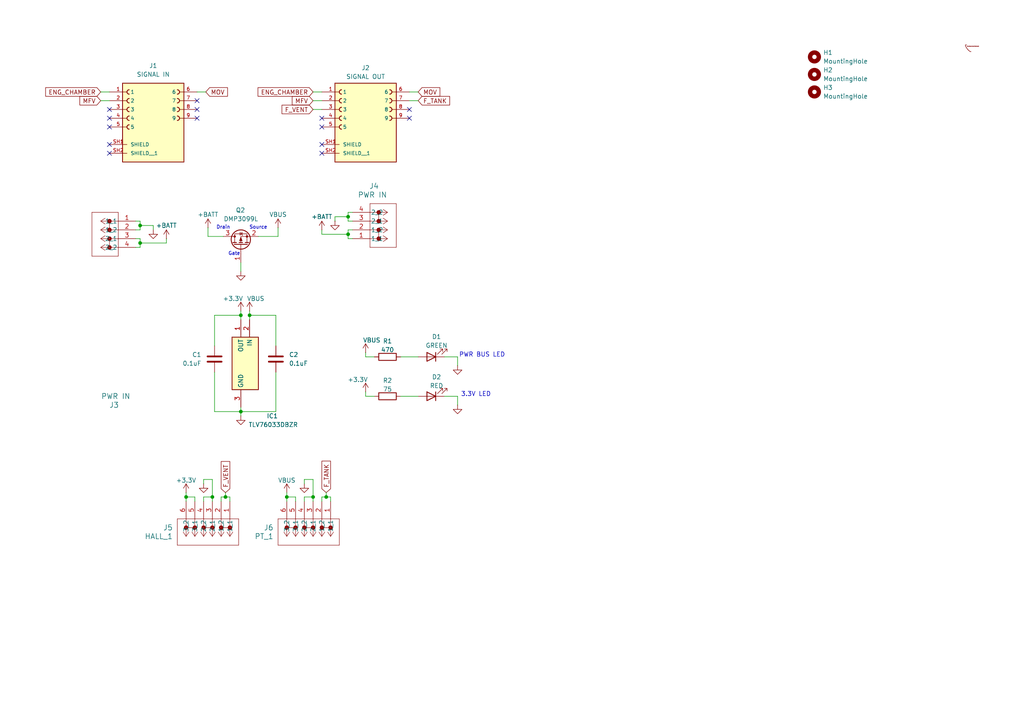
<source format=kicad_sch>
(kicad_sch (version 20250114) (generator "eeschema") (generator_version "9.0")
  (paper "A4")
  (lib_symbols
    (symbol "Device:C" (pin_numbers (hide yes)) (pin_names (offset 0.254))
      (property "Reference" "C" (at 0.635 2.54 0))
      (property "Value" "C" (at 0.635 -2.54 0))
      (symbol "C_1_1"
        (pin passive line (at 0 3.81 270) (length 2.794) (name "~") (number "1"))
        (pin passive line (at 0 -3.81 90) (length 2.794) (name "~") (number "2"))
      )
    )
    (symbol "Device:LED" (pin_numbers (hide yes)) (pin_names (offset 1.016) (hide yes))
      (property "Reference" "D" (at 0 2.54 0))
      (property "Value" "LED" (at 0 -2.54 0))
      (symbol "LED_1_1"
        (pin passive line (at -3.81 0 0) (length 2.54) (name "K") (number "1"))
        (pin passive line (at 3.81 0 180) (length 2.54) (name "A") (number "2"))
      )
    )
    (symbol "Device:Q_PMOS_GSD" (pin_names (offset 0) (hide yes))
      (property "Reference" "Q" (at 5.08 1.27 0))
      (property "Value" "Q_PMOS_GSD" (at 5.08 -1.27 0))
      (symbol "Q_PMOS_GSD_1_1"
        (pin input line (at -5.08 0 0) (length 2.54) (name "G") (number "1"))
        (pin passive line (at 2.54 5.08 270) (length 2.54) (name "D") (number "3"))
        (pin passive line (at 2.54 -5.08 90) (length 2.54) (name "S") (number "2"))
      )
    )
    (symbol "Device:R" (pin_numbers (hide yes)) (pin_names (offset 0))
      (property "Reference" "R" (at 2.032 0 90))
      (property "Value" "R" (at 0 0 90))
      (symbol "R_1_1"
        (pin passive line (at 0 3.81 270) (length 1.27) (name "~") (number "1"))
        (pin passive line (at 0 -3.81 90) (length 1.27) (name "~") (number "2"))
      )
    )
    (symbol "LD09S33E4GV00LF:LD09S33E4GV00LF" (pin_names (offset 1.016))
      (property "Reference" "J" (at -8.89 10.922 0))
      (property "Value" "LD09S33E4GV00LF" (at -8.89 -15.24 0))
      (symbol "LD09S33E4GV00LF_0_0"
        (pin passive line (at -12.7 7.62 0) (length 5.08) (name "1") (number "1"))
        (pin passive line (at -12.7 5.08 0) (length 5.08) (name "2") (number "2"))
        (pin passive line (at -12.7 2.54 0) (length 5.08) (name "3") (number "3"))
        (pin passive line (at -12.7 0 0) (length 5.08) (name "4") (number "4"))
        (pin passive line (at -12.7 -2.54 0) (length 5.08) (name "5") (number "5"))
        (pin passive line (at -12.7 -7.62 0) (length 5.08) (name "SHIELD") (number "SH1"))
        (pin passive line (at -12.7 -10.16 0) (length 5.08) (name "SHIELD__1") (number "SH2"))
        (pin passive line (at 12.7 7.62 180) (length 5.08) (name "6") (number "6"))
        (pin passive line (at 12.7 5.08 180) (length 5.08) (name "7") (number "7"))
        (pin passive line (at 12.7 2.54 180) (length 5.08) (name "8") (number "8"))
        (pin passive line (at 12.7 0 180) (length 5.08) (name "9") (number "9"))
      )
    )
    (symbol "Mechanical:MountingHole" (pin_names (offset 1.016)) (exclude_from_sim yes) (in_bom no)
      (property "Reference" "H" (at 0 5.08 0))
      (property "Value" "MountingHole" (at 0 3.175 0))
    )
    (symbol "SDSU RP:LOGO" (pin_names (offset 1.016)))
    (symbol "TLV76033DBZR:TLV76033DBZR"
      (property "Reference" "IC" (at 21.59 7.62 0))
      (property "Value" "TLV76033DBZR" (at 21.59 5.08 0))
      (symbol "TLV76033DBZR_1_1"
        (pin passive line (at 0 0 0) (length 5.08) (name "OUT") (number "1"))
        (pin passive line (at 0 -2.54 0) (length 5.08) (name "IN") (number "2"))
        (pin passive line (at 25.4 0 180) (length 5.08) (name "GND") (number "3"))
      )
    )
    (symbol "Wago_2601_1102:2601-1102" (pin_names (offset 0.254))
      (property "Reference" "J" (at 8.89 6.35 0))
      (property "Value" "2601-1102" (at 0 0 0))
      (symbol "2601-1102_1_1"
        (pin unspecified line (at 0 0 0) (length 5.08) (name "1_1") (number "1"))
        (pin unspecified line (at 0 -2.54 0) (length 5.08) (name "1_2") (number "2"))
        (pin unspecified line (at 0 -5.08 0) (length 5.08) (name "2_1") (number "3"))
        (pin unspecified line (at 0 -7.62 0) (length 5.08) (name "2_2") (number "4"))
      )
    )
    (symbol "Wago_2601_1103:2601-1103" (pin_names (offset 0.254))
      (property "Reference" "J" (at 8.89 6.35 0))
      (property "Value" "2601-1103" (at 0 0 0))
      (symbol "2601-1103_1_1"
        (pin unspecified line (at 0 0 0) (length 5.08) (name "1_1") (number "1"))
        (pin unspecified line (at 0 -2.54 0) (length 5.08) (name "1_2") (number "2"))
        (pin unspecified line (at 0 -5.08 0) (length 5.08) (name "2_1") (number "3"))
        (pin unspecified line (at 0 -7.62 0) (length 5.08) (name "2_2") (number "4"))
        (pin unspecified line (at 0 -10.16 0) (length 5.08) (name "3_1") (number "5"))
        (pin unspecified line (at 0 -12.7 0) (length 5.08) (name "3_2") (number "6"))
      )
    )
    (symbol "power:+3.3V" (power) (pin_numbers (hide yes)) (pin_names (offset 0) (hide yes))
      (property "Value" "+3.3V" (at 0 3.556 0))
      (symbol "+3.3V_1_1"
        (pin power_in line (at 0 0 90) (length 0) (name "~") (number "1"))
      )
    )
    (symbol "power:+BATT" (power) (pin_numbers (hide yes)) (pin_names (offset 0) (hide yes))
      (property "Value" "+BATT" (at 0 3.556 0))
      (symbol "+BATT_1_1"
        (pin power_in line (at 0 0 90) (length 0) (name "~") (number "1"))
      )
    )
    (symbol "power:GND" (power) (pin_numbers (hide yes)) (pin_names (offset 0) (hide yes))
      (property "Value" "GND" (at 0 -3.81 0))
      (symbol "GND_1_1"
        (pin power_in line (at 0 0 270) (length 0) (name "~") (number "1"))
      )
    )
    (symbol "power:VBUS" (power) (pin_numbers (hide yes)) (pin_names (offset 0) (hide yes))
      (property "Value" "VBUS" (at 0 3.556 0))
      (symbol "VBUS_1_1"
        (pin power_in line (at 0 0 90) (length 0) (name "~") (number "1"))
      )
    )
  )
  (text "PWR BUS LED" (at 139.827 102.997 0) (effects (font (size 1.27 1.27))))
  (text "Source\n" (at 74.93 66.04 0) (effects (font (size 1 1))))
  (text "Gate" (at 67.945 73.66 0) (effects (font (size 1 1))))
  (text "Drain" (at 64.77 66.04 0) (effects (font (size 1 1))))
  (text "3.3V LED" (at 138.049 114.427 0) (effects (font (size 1.27 1.27))))
  (junction (at 40.64 70.485))
  (junction (at 40.64 65.405))
  (junction (at 90.805 144.145))
  (junction (at 53.975 144.145))
  (junction (at 94.615 144.145))
  (junction (at 69.85 91.44))
  (junction (at 61.595 144.145))
  (junction (at 100.965 67.945))
  (junction (at 65.405 144.145))
  (junction (at 69.85 119.38))
  (junction (at 72.39 91.44))
  (junction (at 100.965 62.865))
  (junction (at 83.185 144.145))
  (no_connect (at 31.75 34.29))
  (no_connect (at 93.345 41.91))
  (no_connect (at 57.15 29.21))
  (no_connect (at 31.75 31.75))
  (no_connect (at 57.15 34.29))
  (no_connect (at 118.745 31.75))
  (no_connect (at 93.345 34.29))
  (no_connect (at 57.15 31.75))
  (no_connect (at 31.75 41.91))
  (no_connect (at 93.345 44.45))
  (no_connect (at 31.75 36.83))
  (no_connect (at 118.745 34.29))
  (no_connect (at 31.75 44.45))
  (no_connect (at 93.345 36.83))
  (no_connect (at -7.62 213.36))
  (wire (pts (xy 72.39 90.17) (xy 72.39 91.44)))
  (wire (pts (xy 59.055 145.415) (xy 59.055 144.145)))
  (wire (pts (xy 80.645 66.04) (xy 80.645 68.58)))
  (wire (pts (xy 53.975 144.145) (xy 53.975 145.415)))
  (wire (pts (xy 53.975 144.145) (xy 56.515 144.145)))
  (wire (pts (xy 62.23 100.33) (xy 62.23 91.44)))
  (wire (pts (xy 61.595 139.065) (xy 61.595 144.145)))
  (wire (pts (xy 80.01 100.33) (xy 80.01 91.44)))
  (wire (pts (xy 69.85 91.44) (xy 69.85 92.71)))
  (wire (pts (xy 59.69 26.67) (xy 57.15 26.67)))
  (wire (pts (xy 94.615 142.875) (xy 94.615 144.145)))
  (wire (pts (xy 88.265 139.065) (xy 90.805 139.065)))
  (wire (pts (xy 69.85 119.38) (xy 69.85 120.65)))
  (wire (pts (xy 95.885 144.145) (xy 95.885 145.415)))
  (wire (pts (xy 59.055 140.335) (xy 59.055 139.065)))
  (wire (pts (xy 100.965 62.865) (xy 97.155 62.865)))
  (wire (pts (xy 100.965 67.945) (xy 93.345 67.945)))
  (wire (pts (xy 90.805 31.75) (xy 93.345 31.75)))
  (wire (pts (xy 59.055 139.065) (xy 61.595 139.065)))
  (wire (pts (xy 40.64 70.485) (xy 48.26 70.485)))
  (wire (pts (xy 39.37 69.215) (xy 40.64 69.215)))
  (wire (pts (xy 93.345 144.145) (xy 94.615 144.145)))
  (wire (pts (xy 121.285 26.67) (xy 118.745 26.67)))
  (wire (pts (xy 83.185 144.145) (xy 83.185 145.415)))
  (wire (pts (xy 106.045 113.665) (xy 106.045 114.935)))
  (wire (pts (xy 48.26 70.485) (xy 48.26 69.215)))
  (wire (pts (xy 100.965 69.215) (xy 102.235 69.215)))
  (wire (pts (xy 44.45 65.405) (xy 44.45 66.675)))
  (wire (pts (xy 88.265 140.335) (xy 88.265 139.065)))
  (wire (pts (xy 72.39 91.44) (xy 80.01 91.44)))
  (wire (pts (xy 93.345 66.675) (xy 93.345 67.945)))
  (wire (pts (xy 100.965 61.595) (xy 102.235 61.595)))
  (wire (pts (xy 39.37 66.675) (xy 40.64 66.675)))
  (wire (pts (xy 132.715 114.935) (xy 132.715 117.475)))
  (wire (pts (xy 69.85 78.74) (xy 69.85 76.2)))
  (wire (pts (xy 65.405 142.875) (xy 65.405 144.145)))
  (wire (pts (xy 69.85 90.17) (xy 69.85 91.44)))
  (wire (pts (xy 62.23 107.95) (xy 62.23 119.38)))
  (wire (pts (xy 116.205 103.505) (xy 121.285 103.505)))
  (wire (pts (xy 62.23 91.44) (xy 69.85 91.44)))
  (wire (pts (xy 106.045 103.505) (xy 108.585 103.505)))
  (wire (pts (xy 88.265 144.145) (xy 90.805 144.145)))
  (wire (pts (xy 85.725 144.145) (xy 85.725 145.415)))
  (wire (pts (xy 60.325 66.04) (xy 60.325 68.58)))
  (wire (pts (xy 90.805 139.065) (xy 90.805 144.145)))
  (wire (pts (xy 100.965 69.215) (xy 100.965 67.945)))
  (wire (pts (xy 80.01 107.95) (xy 80.01 119.38)))
  (wire (pts (xy 64.135 144.145) (xy 65.405 144.145)))
  (wire (pts (xy 59.055 144.145) (xy 61.595 144.145)))
  (wire (pts (xy 90.805 144.145) (xy 90.805 145.415)))
  (wire (pts (xy 29.21 26.67) (xy 31.75 26.67)))
  (wire (pts (xy 64.135 145.415) (xy 64.135 144.145)))
  (wire (pts (xy 128.905 103.505) (xy 132.715 103.505)))
  (wire (pts (xy 39.37 71.755) (xy 40.64 71.755)))
  (wire (pts (xy 128.905 114.935) (xy 132.715 114.935)))
  (wire (pts (xy 83.185 142.875) (xy 83.185 144.145)))
  (wire (pts (xy 40.64 71.755) (xy 40.64 70.485)))
  (wire (pts (xy 53.975 142.875) (xy 53.975 144.145)))
  (wire (pts (xy 100.965 66.675) (xy 102.235 66.675)))
  (wire (pts (xy 90.805 29.21) (xy 93.345 29.21)))
  (wire (pts (xy 100.965 64.135) (xy 102.235 64.135)))
  (wire (pts (xy 83.185 144.145) (xy 85.725 144.145)))
  (wire (pts (xy 69.85 118.11) (xy 69.85 119.38)))
  (wire (pts (xy 61.595 144.145) (xy 61.595 145.415)))
  (wire (pts (xy 90.805 26.67) (xy 93.345 26.67)))
  (wire (pts (xy 39.37 64.135) (xy 40.64 64.135)))
  (wire (pts (xy 93.345 145.415) (xy 93.345 144.145)))
  (wire (pts (xy 40.64 65.405) (xy 44.45 65.405)))
  (wire (pts (xy 65.405 144.145) (xy 66.675 144.145)))
  (wire (pts (xy 100.965 66.675) (xy 100.965 67.945)))
  (wire (pts (xy 40.64 69.215) (xy 40.64 70.485)))
  (wire (pts (xy 97.155 62.865) (xy 97.155 64.135)))
  (wire (pts (xy 106.045 114.935) (xy 108.585 114.935)))
  (wire (pts (xy 69.85 119.38) (xy 80.01 119.38)))
  (wire (pts (xy 56.515 144.145) (xy 56.515 145.415)))
  (wire (pts (xy 100.965 62.865) (xy 100.965 64.135)))
  (wire (pts (xy 29.21 29.21) (xy 31.75 29.21)))
  (wire (pts (xy 116.205 114.935) (xy 121.285 114.935)))
  (wire (pts (xy 106.045 102.235) (xy 106.045 103.505)))
  (wire (pts (xy 100.965 61.595) (xy 100.965 62.865)))
  (wire (pts (xy 62.23 119.38) (xy 69.85 119.38)))
  (wire (pts (xy 66.675 144.145) (xy 66.675 145.415)))
  (wire (pts (xy 74.93 68.58) (xy 80.645 68.58)))
  (wire (pts (xy 40.64 64.135) (xy 40.64 65.405)))
  (wire (pts (xy 60.325 68.58) (xy 64.77 68.58)))
  (wire (pts (xy 132.715 103.505) (xy 132.715 106.045)))
  (wire (pts (xy 88.265 145.415) (xy 88.265 144.145)))
  (wire (pts (xy 121.285 29.21) (xy 118.745 29.21)))
  (wire (pts (xy 40.64 65.405) (xy 40.64 66.675)))
  (wire (pts (xy 72.39 91.44) (xy 72.39 92.71)))
  (wire (pts (xy 94.615 144.145) (xy 95.885 144.145)))
  (global_label "F_TANK" (shape input) (at 94.615 142.875 90) (property "Intersheetrefs" "${INTERSHEET_REFS}" (effects (hide yes))))
  (global_label "F_VENT" (shape input) (at 65.405 142.875 90) (property "Intersheetrefs" "${INTERSHEET_REFS}" (effects (hide yes))))
  (global_label "MOV" (shape input) (at 121.285 26.67 0) (property "Intersheetrefs" "${INTERSHEET_REFS}" (effects (hide yes))))
  (global_label "MOV" (shape input) (at 59.69 26.67 0) (property "Intersheetrefs" "${INTERSHEET_REFS}" (effects (hide yes))))
  (global_label "ENG_CHAMBER" (shape input) (at 90.805 26.67 180) (property "Intersheetrefs" "${INTERSHEET_REFS}" (effects (hide yes))))
  (global_label "F_VENT" (shape input) (at 90.805 31.75 180) (property "Intersheetrefs" "${INTERSHEET_REFS}" (effects (hide yes))))
  (global_label "MFV" (shape input) (at 90.805 29.21 180) (property "Intersheetrefs" "${INTERSHEET_REFS}" (effects (hide yes))))
  (global_label "F_TANK" (shape input) (at 121.285 29.21 0) (property "Intersheetrefs" "${INTERSHEET_REFS}" (effects (hide yes))))
  (global_label "MFV" (shape input) (at 29.21 29.21 180) (property "Intersheetrefs" "${INTERSHEET_REFS}" (effects (hide yes))))
  (global_label "ENG_CHAMBER" (shape input) (at 29.21 26.67 180) (property "Intersheetrefs" "${INTERSHEET_REFS}" (effects (hide yes))))
  (symbol (lib_id "power:VBUS") (at 80.645 66.04 0) (mirror y) (unit 1)
    (property "Reference" "#PWR019" (effects (hide yes)))
    (property "Value" "VBUS" (at 80.645 62.23 0))
    (property "Description" "Power symbol creates a global label with name \"VBUS\"" (effects (hide yes)))
  )
  (symbol (lib_id "Wago_2601_1102:2601-1102") (at 102.235 69.215 0) (mirror x) (unit 1)
    (property "Reference" "J4" (at 107.061 53.975 0) (effects (font (size 1.524 1.524)) (justify left)))
    (property "Value" "PWR IN" (at 103.759 56.515 0) (effects (font (size 1.524 1.524)) (justify left)))
    (property "Footprint" "Wago_2601_1102:CONN2_2601-1102_WAG" (effects (hide yes)))
    (property "Datasheet" "2601-1102" (effects (hide yes)))
  )
  (symbol (lib_id "TLV76033DBZR:TLV76033DBZR") (at 69.85 92.71 90) (mirror x) (unit 1)
    (property "Reference" "IC1" (at 78.994 120.65 90))
    (property "Value" "TLV76033DBZR" (at 79.248 123.19 90))
    (property "Footprint" "TLV76033DBZR:SOT95P237X112-3N" (effects (hide yes)))
    (property "Datasheet" "https://www.ti.com/lit/gpn/TLV760" (effects (hide yes)))
    (property "Description" "100-mA, 30-V, low-dropout voltage regulator" (effects (hide yes)))
    (property "Height" "1.12" (effects (hide yes)))
    (property "Mouser Part Number" "595-TLV76033DBZR" (effects (hide yes)))
    (property "Mouser Price/Stock" "https://www.mouser.co.uk/ProductDetail/Texas-Instruments/TLV76033DBZR?qs=HXFqYaX1Q2ypNrzTk0Gsfw%3D%3D" (effects (hide yes)))
    (property "Manufacturer_Name" "Texas Instruments" (effects (hide yes)))
    (property "Manufacturer_Part_Number" "TLV76033DBZR" (effects (hide yes)))
  )
  (symbol (lib_id "power:GND") (at 69.85 78.74 0) (unit 1)
    (property "Reference" "#PWR074" (effects (hide yes)))
    (property "Value" "GND" (effects (hide yes)))
  )
  (symbol (lib_id "Device:LED") (at 125.095 103.505 180) (unit 1)
    (property "Reference" "D1" (at 126.619 97.663 0))
    (property "Value" "GREEN" (at 126.619 100.203 0))
    (property "Footprint" "LED_SMD:LED_0805_2012Metric" (effects (hide yes)))
    (property "Description" "Light emitting diode" (effects (hide yes)))
  )
  (symbol (lib_id "power:VBUS") (at 72.39 90.17 0) (unit 1)
    (property "Reference" "#PWR010" (effects (hide yes)))
    (property "Value" "VBUS" (at 74.168 86.614 0))
    (property "Description" "Power symbol creates a global label with name \"VBUS\"" (effects (hide yes)))
  )
  (symbol (lib_id "power:VBUS") (at 83.185 142.875 0) (unit 1)
    (property "Reference" "#PWR015" (effects (hide yes)))
    (property "Value" "VBUS" (at 83.185 139.319 0))
    (property "Description" "Power symbol creates a global label with name \"VBUS\"" (effects (hide yes)))
  )
  (symbol (lib_id "power:+BATT") (at 60.325 66.04 0) (unit 1)
    (property "Reference" "#PWR018" (effects (hide yes)))
    (property "Value" "+BATT" (at 60.325 62.23 0))
    (property "Description" "Power symbol creates a global label with name \"+BATT\"" (effects (hide yes)))
  )
  (symbol (lib_id "Wago_2601_1102:2601-1102") (at 39.37 64.135 0) (mirror y) (unit 1)
    (property "Reference" "J3" (at 34.544 117.475 0) (effects (font (size 1.524 1.524)) (justify left)))
    (property "Value" "PWR IN" (at 37.846 114.935 0) (effects (font (size 1.524 1.524)) (justify left)))
    (property "Footprint" "Wago_2601_1102:CONN2_2601-1102_WAG" (effects (hide yes)))
    (property "Datasheet" "2601-1102" (effects (hide yes)))
  )
  (symbol (lib_id "power:+BATT") (at 48.26 69.215 0) (unit 1)
    (property "Reference" "#PWR020" (effects (hide yes)))
    (property "Value" "+BATT" (at 48.26 65.405 0))
    (property "Description" "Power symbol creates a global label with name \"+BATT\"" (effects (hide yes)))
  )
  (symbol (lib_id "Mechanical:MountingHole") (at 236.22 21.59 0) (unit 1) (exclude_from_sim yes) (in_bom no)
    (property "Reference" "H2" (at 238.76 20.3199 0) (effects (justify left)))
    (property "Value" "MountingHole" (at 238.76 22.8599 0) (effects (justify left)))
    (property "Footprint" "MountingHole:MountingHole_3.2mm_M3" (effects (hide yes)))
    (property "Description" "Mounting Hole without connection" (effects (hide yes)))
  )
  (symbol (lib_id "power:+3.3V") (at 53.975 142.875 0) (unit 1)
    (property "Reference" "#PWR014" (effects (hide yes)))
    (property "Value" "+3.3V" (at 53.975 139.319 0))
    (property "Description" "Power symbol creates a global label with name \"+3.3V\"" (effects (hide yes)))
  )
  (symbol (lib_id "Mechanical:MountingHole") (at 236.22 16.51 0) (unit 1) (exclude_from_sim yes) (in_bom no)
    (property "Reference" "H1" (at 238.76 15.2399 0) (effects (justify left)))
    (property "Value" "MountingHole" (at 238.76 17.7799 0) (effects (justify left)))
    (property "Footprint" "MountingHole:MountingHole_3.2mm_M3" (effects (hide yes)))
    (property "Description" "Mounting Hole without connection" (effects (hide yes)))
  )
  (symbol (lib_id "power:GND") (at 44.45 66.675 0) (unit 1)
    (property "Reference" "#PWR04" (effects (hide yes)))
    (property "Value" "GND" (effects (hide yes)))
    (property "Description" "Power symbol creates a global label with name \"GND\" , ground" (effects (hide yes)))
  )
  (symbol (lib_id "power:GND") (at 88.265 140.335 0) (unit 1)
    (property "Reference" "#PWR013" (effects (hide yes)))
    (property "Value" "GND" (effects (hide yes)))
    (property "Description" "Power symbol creates a global label with name \"GND\" , ground" (effects (hide yes)))
  )
  (symbol (lib_id "power:GND") (at 132.715 106.045 0) (unit 1)
    (property "Reference" "#PWR02" (effects (hide yes)))
    (property "Value" "GND" (effects (hide yes)))
    (property "Description" "Power symbol creates a global label with name \"GND\" , ground" (effects (hide yes)))
  )
  (symbol (lib_id "power:+3.3V") (at 69.85 90.17 0) (unit 1)
    (property "Reference" "#PWR09" (effects (hide yes)))
    (property "Value" "+3.3V" (at 67.564 86.614 0))
    (property "Description" "Power symbol creates a global label with name \"+3.3V\"" (effects (hide yes)))
  )
  (symbol (lib_id "Device:R") (at 112.395 114.935 90) (unit 1)
    (property "Reference" "R2" (at 112.395 110.363 90))
    (property "Value" "75" (at 112.395 112.903 90))
    (property "Footprint" "Resistor_SMD:R_0805_2012Metric" (effects (hide yes)))
    (property "Description" "Resistor" (effects (hide yes)))
  )
  (symbol (lib_id "Device:C") (at 80.01 104.14 0) (unit 1)
    (property "Reference" "C2" (at 83.82 102.8699 0) (effects (justify left)))
    (property "Value" "0.1uF" (at 83.82 105.4099 0) (effects (justify left)))
    (property "Footprint" "Capacitor_SMD:C_0805_2012Metric" (effects (hide yes)))
    (property "Description" "Unpolarized capacitor" (effects (hide yes)))
  )
  (symbol (lib_id "power:GND") (at 69.85 120.65 0) (unit 1)
    (property "Reference" "#PWR011" (effects (hide yes)))
    (property "Value" "GND" (effects (hide yes)))
    (property "Description" "Power symbol creates a global label with name \"GND\" , ground" (effects (hide yes)))
  )
  (symbol (lib_id "power:+BATT") (at 93.345 66.675 0) (unit 1)
    (property "Reference" "#PWR021" (effects (hide yes)))
    (property "Value" "+BATT" (at 93.345 62.865 0))
    (property "Description" "Power symbol creates a global label with name \"+BATT\"" (effects (hide yes)))
  )
  (symbol (lib_id "power:GND") (at 97.155 64.135 0) (mirror y) (unit 1)
    (property "Reference" "#PWR05" (effects (hide yes)))
    (property "Value" "GND" (effects (hide yes)))
    (property "Description" "Power symbol creates a global label with name \"GND\" , ground" (effects (hide yes)))
  )
  (symbol (lib_id "Wago_2601_1103:2601-1103") (at 66.675 145.415 270) (unit 1)
    (property "Reference" "J5" (at 50.165 153.0349 90) (effects (font (size 1.524 1.524)) (justify right)))
    (property "Value" "HALL_1" (at 50.165 155.5749 90) (effects (font (size 1.524 1.524)) (justify right)))
    (property "Footprint" "Wago_2601_1103:CONN3_2601-1103_WAG" (effects (hide yes)))
    (property "Datasheet" "2601-1103" (effects (hide yes)))
  )
  (symbol (lib_id "Device:LED") (at 125.095 114.935 180) (unit 1)
    (property "Reference" "D2" (at 126.619 109.347 0))
    (property "Value" "RED" (at 126.619 111.887 0))
    (property "Footprint" "LED_SMD:LED_0805_2012Metric" (effects (hide yes)))
    (property "Description" "Light emitting diode" (effects (hide yes)))
  )
  (symbol (lib_id "Mechanical:MountingHole") (at 236.22 26.67 0) (unit 1) (exclude_from_sim yes) (in_bom no)
    (property "Reference" "H3" (at 238.76 25.3999 0) (effects (justify left)))
    (property "Value" "MountingHole" (at 238.76 27.9399 0) (effects (justify left)))
    (property "Footprint" "MountingHole:MountingHole_3.2mm_M3" (effects (hide yes)))
    (property "Description" "Mounting Hole without connection" (effects (hide yes)))
  )
  (symbol (lib_id "Device:Q_PMOS_GSD") (at 69.85 71.12 90) (unit 1)
    (property "Reference" "Q2" (at 71.12 60.96 90) (effects (justify left)))
    (property "Value" "DMP3099L" (at 74.93 63.5 90) (effects (justify left)))
    (property "Footprint" "Package_TO_SOT_SMD:SOT-23-3" (effects (hide yes)))
    (property "Description" "P-MOSFET transistor, gate/source/drain" (effects (hide yes)))
  )
  (symbol (lib_id "power:GND") (at 59.055 140.335 0) (unit 1)
    (property "Reference" "#PWR012" (effects (hide yes)))
    (property "Value" "GND" (effects (hide yes)))
    (property "Description" "Power symbol creates a global label with name \"GND\" , ground" (effects (hide yes)))
  )
  (symbol (lib_id "Device:C") (at 62.23 104.14 0) (mirror y) (unit 1)
    (property "Reference" "C1" (at 58.42 102.8699 0) (effects (justify left)))
    (property "Value" "0.1uF" (at 58.42 105.4099 0) (effects (justify left)))
    (property "Footprint" "Capacitor_SMD:C_0805_2012Metric" (effects (hide yes)))
    (property "Description" "Unpolarized capacitor" (effects (hide yes)))
  )
  (symbol (lib_id "Device:R") (at 112.395 103.505 90) (unit 1)
    (property "Reference" "R1" (at 112.395 98.933 90))
    (property "Value" "470" (at 112.395 101.473 90))
    (property "Footprint" "Resistor_SMD:R_0805_2012Metric" (effects (hide yes)))
    (property "Description" "Resistor" (effects (hide yes)))
  )
  (symbol (lib_id "LD09S33E4GV00LF:LD09S33E4GV00LF") (at 106.045 34.29 0) (unit 1)
    (property "Reference" "J2" (at 106.045 19.685 0))
    (property "Value" "SIGNAL OUT" (at 106.045 22.225 0))
    (property "Footprint" "LD09S33E4GV00LF:AMPHENOL_LD09S33E4GV00LF" (effects (hide yes)))
    (property "PARTREV" "B" (effects (hide yes)))
    (property "STANDARD" "Manufacturer Recommendations" (effects (hide yes)))
    (property "MAXIMUM_PACKAGE_HEIGHT" "12.96mm" (effects (hide yes)))
    (property "MANUFACTURER" "Amphenol" (effects (hide yes)))
  )
  (symbol (lib_id "power:VBUS") (at 106.045 102.235 0) (unit 1)
    (property "Reference" "#PWR01" (effects (hide yes)))
    (property "Value" "VBUS" (at 107.823 98.679 0))
    (property "Description" "Power symbol creates a global label with name \"VBUS\"" (effects (hide yes)))
  )
  (symbol (lib_id "power:+3.3V") (at 106.045 113.665 0) (unit 1)
    (property "Reference" "#PWR03" (effects (hide yes)))
    (property "Value" "+3.3V" (at 103.759 110.109 0))
    (property "Description" "Power symbol creates a global label with name \"+3.3V\"" (effects (hide yes)))
  )
  (symbol (lib_id "LD09S33E4GV00LF:LD09S33E4GV00LF") (at 44.45 34.29 0) (unit 1)
    (property "Reference" "J1" (at 44.45 19.05 0))
    (property "Value" "SIGNAL IN" (at 44.45 21.59 0))
    (property "Footprint" "LD09S33E4GV00LF:AMPHENOL_LD09S33E4GV00LF" (effects (hide yes)))
    (property "PARTREV" "B" (effects (hide yes)))
    (property "STANDARD" "Manufacturer Recommendations" (effects (hide yes)))
    (property "MAXIMUM_PACKAGE_HEIGHT" "12.96mm" (effects (hide yes)))
    (property "MANUFACTURER" "Amphenol" (effects (hide yes)))
  )
  (symbol (lib_id "power:GND") (at 132.715 117.475 0) (unit 1)
    (property "Reference" "#PWR06" (effects (hide yes)))
    (property "Value" "GND" (effects (hide yes)))
    (property "Description" "Power symbol creates a global label with name \"GND\" , ground" (effects (hide yes)))
  )
  (symbol (lib_id "SDSU RP:LOGO") (at 281.94 13.97 0) (unit 1)
    (property "Reference" "#G1" (effects (hide yes)))
    (property "Value" "LOGO" (effects (hide yes)))
    (property "Footprint" "SDSU RP:RP_Logo" (effects (hide yes)))
  )
  (symbol (lib_id "Wago_2601_1103:2601-1103") (at 95.885 145.415 270) (unit 1)
    (property "Reference" "J6" (at 79.375 153.0349 90) (effects (font (size 1.524 1.524)) (justify right)))
    (property "Value" "PT_1" (at 79.375 155.5749 90) (effects (font (size 1.524 1.524)) (justify right)))
    (property "Footprint" "Wago_2601_1103:CONN3_2601-1103_WAG" (effects (hide yes)))
    (property "Datasheet" "2601-1103" (effects (hide yes)))
  )
)
</source>
